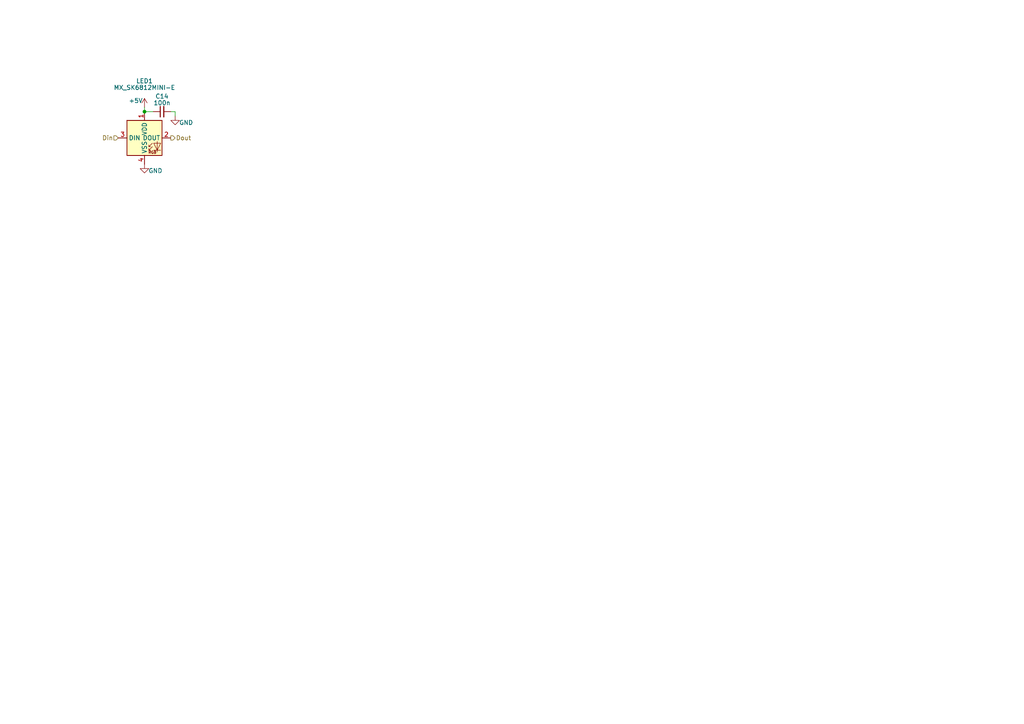
<source format=kicad_sch>
(kicad_sch (version 20230121) (generator eeschema)
  (paper "A4")
  (lib_symbols
    (symbol "Device:C_Small" (pin_numbers hide) (pin_names (offset 0.254) hide)
      (property "Reference" "C" (at 0.254 1.778 0))
      (property "Value" "C_Small" (at 0.254 -2.032 0))
      (symbol "C_Small_0_1"
        (polyline (pts (xy -1.524 -0.508) (xy 1.524 -0.508)) (stroke (width 0.3302)))
        (polyline (pts (xy -1.524 0.508) (xy 1.524 0.508)) (stroke (width 0.3048)))
      )
      (symbol "C_Small_1_1"
        (pin passive line (at 0 2.54 270) (length 2.032) (name "~") (number "1"))
        (pin passive line (at 0 -2.54 90) (length 2.032) (name "~") (number "2"))
      )
    )
    (symbol "PCM_marbastlib-mx:MX_SK6812MINI-E"
      (property "Reference" "LED" (at 3.175 6.35 0))
      (property "Value" "MX_SK6812MINI-E" (at 10.16 -6.985 0))
      (symbol "MX_SK6812MINI-E_0_0"
        (text "RGB" (at 2.286 -4.191 0) (effects (font (size 0.762 0.762))))
      )
      (symbol "MX_SK6812MINI-E_0_1"
        (rectangle (start -5.08 5.08) (end 5.08 -5.08) (stroke (width 0.254)) (fill (type background)))
        (polyline (pts (xy 1.27 -3.556) (xy 1.778 -3.556)))
        (polyline (pts (xy 1.27 -2.54) (xy 1.778 -2.54)))
        (polyline (pts (xy 4.699 -3.556) (xy 2.667 -3.556)))
        (polyline (pts (xy 2.286 -2.54) (xy 1.27 -3.556) (xy 1.27 -3.048)))
        (polyline (pts (xy 2.286 -1.524) (xy 1.27 -2.54) (xy 1.27 -2.032)))
        (polyline (pts (xy 3.683 -1.016) (xy 3.683 -3.556) (xy 3.683 -4.064)))
        (polyline (pts (xy 4.699 -1.524) (xy 2.667 -1.524) (xy 3.683 -3.556) (xy 4.699 -1.524)))
      )
      (symbol "MX_SK6812MINI-E_1_1"
        (pin power_in line (at 0 7.62 270) (length 2.54) (name "VDD") (number "1"))
        (pin output line (at 7.62 0 180) (length 2.54) (name "DOUT") (number "2"))
        (pin input line (at -7.62 0 0) (length 2.54) (name "DIN") (number "3"))
        (pin power_in line (at 0 -7.62 90) (length 2.54) (name "VSS") (number "4"))
      )
    )
    (symbol "power:+5V" (power) (pin_names (offset 0))
      (property "Value" "+5V" (at 0 3.556 0))
      (symbol "+5V_0_1"
        (polyline (pts (xy -0.762 1.27) (xy 0 2.54)))
        (polyline (pts (xy 0 0) (xy 0 2.54)))
        (polyline (pts (xy 0 2.54) (xy 0.762 1.27)))
      )
      (symbol "+5V_1_1"
        (pin power_in line (at 0 0 90) (length 0) hide (name "+5V") (number "1"))
      )
    )
    (symbol "power:GND" (power) (pin_names (offset 0))
      (property "Value" "GND" (at 0 -3.81 0))
      (symbol "GND_0_1"
        (polyline (pts (xy 0 0) (xy 0 -1.27) (xy 1.27 -1.27) (xy 0 -2.54) (xy -1.27 -1.27) (xy 0 -1.27)))
      )
      (symbol "GND_1_1"
        (pin power_in line (at 0 0 270) (length 0) hide (name "GND") (number "1"))
      )
    )
  )
  (junction (at 41.91 32.385))
  (wire (pts (xy 41.91 32.385) (xy 44.45 32.385)))
  (wire (pts (xy 41.91 31.115) (xy 41.91 32.385)))
  (wire (pts (xy 50.8 32.385) (xy 49.53 32.385)))
  (wire (pts (xy 50.8 32.385) (xy 50.8 33.655)))
  (hierarchical_label "Din" (shape input) (at 34.29 40.005 180))
  (hierarchical_label "Dout" (shape output) (at 49.53 40.005 0))
  (symbol (lib_id "power:GND") (at 41.91 47.625 0) (unit 1)
    (property "Reference" "#PWR041" (effects hide))
    (property "Value" "GND" (at 45.085 49.53 0))
    (instances (project "MoonBoard" (path "" (reference "#PWR041") (unit 1)) (path "" (reference "#PWR0620") (unit 1)) (path "" (reference "#PWR0416") (unit 1)) (path "" (reference "#PWR0419") (unit 1)) (path "" (reference "#PWR0422") (unit 1)) (path "" (reference "#PWR0425") (unit 1)) (path "" (reference "#PWR0428") (unit 1)) (path "" (reference "#PWR0431") (unit 1)) (path "" (reference "#PWR0434") (unit 1)) (path "" (reference "#PWR0437") (unit 1)) (path "" (reference "#PWR0440") (unit 1)) (path "" (reference "#PWR0443") (unit 1)) (path "" (reference "#PWR0446") (unit 1)) (path "" (reference "#PWR0449") (unit 1)) (path "" (reference "#PWR0452") (unit 1)) (path "" (reference "#PWR0455") (unit 1)) (path "" (reference "#PWR0500") (unit 1)) (path "" (reference "#PWR0503") (unit 1)) (path "" (reference "#PWR0506") (unit 1)) (path "" (reference "#PWR0509") (unit 1)) (path "" (reference "#PWR0512") (unit 1)) (path "" (reference "#PWR0515") (unit 1)) (path "" (reference "#PWR0518") (unit 1)) (path "" (reference "#PWR0521") (unit 1)) (path "" (reference "#PWR0524") (unit 1)) (path "" (reference "#PWR0527") (unit 1)) (path "" (reference "#PWR0530") (unit 1)) (path "" (reference "#PWR0533") (unit 1)) (path "" (reference "#PWR0536") (unit 1)) (path "" (reference "#PWR0578") (unit 1)) (path "" (reference "#PWR0581") (unit 1)) (path "" (reference "#PWR0584") (unit 1)) (path "" (reference "#PWR0587") (unit 1)) (path "" (reference "#PWR0590") (unit 1)) (path "" (reference "#PWR0593") (unit 1)) (path "" (reference "#PWR0596") (unit 1)) (path "" (reference "#PWR0599") (unit 1)) (path "" (reference "#PWR0602") (unit 1)) (path "" (reference "#PWR0605") (unit 1)) (path "" (reference "#PWR0617") (unit 1)) (path "" (reference "#PWR0497") (unit 1)) (path "" (reference "#PWR0608") (unit 1)) (path "" (reference "#PWR0611") (unit 1))))
  )
  (symbol (lib_id "power:+5V") (at 41.91 31.115 0) (unit 1)
    (property "Reference" "#PWR021" (effects hide))
    (property "Value" "+5V" (at 39.37 29.21 0))
    (instances (project "MoonBoard" (path "" (reference "#PWR021") (unit 1)) (path "" (reference "#PWR0618") (unit 1)) (path "" (reference "#PWR0414") (unit 1)) (path "" (reference "#PWR0417") (unit 1)) (path "" (reference "#PWR0420") (unit 1)) (path "" (reference "#PWR0423") (unit 1)) (path "" (reference "#PWR0426") (unit 1)) (path "" (reference "#PWR0429") (unit 1)) (path "" (reference "#PWR0432") (unit 1)) (path "" (reference "#PWR0435") (unit 1)) (path "" (reference "#PWR0438") (unit 1)) (path "" (reference "#PWR0441") (unit 1)) (path "" (reference "#PWR0444") (unit 1)) (path "" (reference "#PWR0447") (unit 1)) (path "" (reference "#PWR0450") (unit 1)) (path "" (reference "#PWR0453") (unit 1)) (path "" (reference "#PWR0498") (unit 1)) (path "" (reference "#PWR0501") (unit 1)) (path "" (reference "#PWR0504") (unit 1)) (path "" (reference "#PWR0507") (unit 1)) (path "" (reference "#PWR0510") (unit 1)) (path "" (reference "#PWR0513") (unit 1)) (path "" (reference "#PWR0516") (unit 1)) (path "" (reference "#PWR0519") (unit 1)) (path "" (reference "#PWR0522") (unit 1)) (path "" (reference "#PWR0525") (unit 1)) (path "" (reference "#PWR0528") (unit 1)) (path "" (reference "#PWR0531") (unit 1)) (path "" (reference "#PWR0534") (unit 1)) (path "" (reference "#PWR0576") (unit 1)) (path "" (reference "#PWR0579") (unit 1)) (path "" (reference "#PWR0582") (unit 1)) (path "" (reference "#PWR0585") (unit 1)) (path "" (reference "#PWR0588") (unit 1)) (path "" (reference "#PWR0591") (unit 1)) (path "" (reference "#PWR0594") (unit 1)) (path "" (reference "#PWR0597") (unit 1)) (path "" (reference "#PWR0600") (unit 1)) (path "" (reference "#PWR0603") (unit 1)) (path "" (reference "#PWR0615") (unit 1)) (path "" (reference "#PWR0495") (unit 1)) (path "" (reference "#PWR0606") (unit 1)) (path "" (reference "#PWR0609") (unit 1))))
  )
  (symbol (lib_id "power:GND") (at 50.8 33.655 0) (unit 1)
    (property "Reference" "#PWR022" (effects hide))
    (property "Value" "GND" (at 53.975 35.56 0))
    (instances (project "MoonBoard" (path "" (reference "#PWR022") (unit 1)) (path "" (reference "#PWR0619") (unit 1)) (path "" (reference "#PWR0415") (unit 1)) (path "" (reference "#PWR0418") (unit 1)) (path "" (reference "#PWR0421") (unit 1)) (path "" (reference "#PWR0424") (unit 1)) (path "" (reference "#PWR0427") (unit 1)) (path "" (reference "#PWR0430") (unit 1)) (path "" (reference "#PWR0433") (unit 1)) (path "" (reference "#PWR0436") (unit 1)) (path "" (reference "#PWR0439") (unit 1)) (path "" (reference "#PWR0442") (unit 1)) (path "" (reference "#PWR0445") (unit 1)) (path "" (reference "#PWR0448") (unit 1)) (path "" (reference "#PWR0451") (unit 1)) (path "" (reference "#PWR0454") (unit 1)) (path "" (reference "#PWR0499") (unit 1)) (path "" (reference "#PWR0502") (unit 1)) (path "" (reference "#PWR0505") (unit 1)) (path "" (reference "#PWR0508") (unit 1)) (path "" (reference "#PWR0511") (unit 1)) (path "" (reference "#PWR0514") (unit 1)) (path "" (reference "#PWR0517") (unit 1)) (path "" (reference "#PWR0520") (unit 1)) (path "" (reference "#PWR0523") (unit 1)) (path "" (reference "#PWR0526") (unit 1)) (path "" (reference "#PWR0529") (unit 1)) (path "" (reference "#PWR0532") (unit 1)) (path "" (reference "#PWR0535") (unit 1)) (path "" (reference "#PWR0577") (unit 1)) (path "" (reference "#PWR0580") (unit 1)) (path "" (reference "#PWR0583") (unit 1)) (path "" (reference "#PWR0586") (unit 1)) (path "" (reference "#PWR0589") (unit 1)) (path "" (reference "#PWR0592") (unit 1)) (path "" (reference "#PWR0595") (unit 1)) (path "" (reference "#PWR0598") (unit 1)) (path "" (reference "#PWR0601") (unit 1)) (path "" (reference "#PWR0604") (unit 1)) (path "" (reference "#PWR0616") (unit 1)) (path "" (reference "#PWR0496") (unit 1)) (path "" (reference "#PWR0607") (unit 1)) (path "" (reference "#PWR0610") (unit 1))))
  )
  (symbol (lib_id "PCM_marbastlib-mx:MX_SK6812MINI-E") (at 41.91 40.005 0) (unit 1)
    (property "Reference" "LED1" (at 41.91 23.495 0))
    (property "Value" "MX_SK6812MINI-E" (at 41.91 25.4 0))
    (property "Footprint" "MoonBoard:SK 6812 MINI-EA-ROT" (effects hide))
    (instances (project "MoonBoard" (path "" (reference "LED1") (unit 1)) (path "" (reference "LED82") (unit 1)) (path "" (reference "LED14") (unit 1)) (path "" (reference "LED15") (unit 1)) (path "" (reference "LED16") (unit 1)) (path "" (reference "LED17") (unit 1)) (path "" (reference "LED18") (unit 1)) (path "" (reference "LED19") (unit 1)) (path "" (reference "LED20") (unit 1)) (path "" (reference "LED21") (unit 1)) (path "" (reference "LED22") (unit 1)) (path "" (reference "LED23") (unit 1)) (path "" (reference "LED24") (unit 1)) (path "" (reference "LED25") (unit 1)) (path "" (reference "LED26") (unit 1)) (path "" (reference "LED27") (unit 1)) (path "" (reference "LED42") (unit 1)) (path "" (reference "LED43") (unit 1)) (path "" (reference "LED44") (unit 1)) (path "" (reference "LED45") (unit 1)) (path "" (reference "LED46") (unit 1)) (path "" (reference "LED47") (unit 1)) (path "" (reference "LED48") (unit 1)) (path "" (reference "LED49") (unit 1)) (path "" (reference "LED50") (unit 1)) (path "" (reference "LED51") (unit 1)) (path "" (reference "LED52") (unit 1)) (path "" (reference "LED53") (unit 1)) (path "" (reference "LED54") (unit 1)) (path "" (reference "LED68") (unit 1)) (path "" (reference "LED69") (unit 1)) (path "" (reference "LED70") (unit 1)) (path "" (reference "LED71") (unit 1)) (path "" (reference "LED72") (unit 1)) (path "" (reference "LED73") (unit 1)) (path "" (reference "LED74") (unit 1)) (path "" (reference "LED75") (unit 1)) (path "" (reference "LED76") (unit 1)) (path "" (reference "LED77") (unit 1)) (path "" (reference "LED81") (unit 1)) (path "" (reference "LED41") (unit 1)) (path "" (reference "LED78") (unit 1)) (path "" (reference "LED79") (unit 1))))
  )
  (symbol (lib_id "Device:C_Small") (at 46.99 32.385 90) (unit 1)
    (property "Reference" "C14" (at 46.99 27.94 90))
    (property "Value" "100n" (at 46.99 29.845 90))
    (property "Footprint" "Capacitor_SMD:C_0402_1005Metric" (effects hide))
    (instances (project "MoonBoard" (path "" (reference "C14") (unit 1)) (path "" (reference "C265") (unit 1)) (path "" (reference "C197") (unit 1)) (path "" (reference "C198") (unit 1)) (path "" (reference "C199") (unit 1)) (path "" (reference "C200") (unit 1)) (path "" (reference "C201") (unit 1)) (path "" (reference "C202") (unit 1)) (path "" (reference "C203") (unit 1)) (path "" (reference "C204") (unit 1)) (path "" (reference "C205") (unit 1)) (path "" (reference "C206") (unit 1)) (path "" (reference "C207") (unit 1)) (path "" (reference "C208") (unit 1)) (path "" (reference "C209") (unit 1)) (path "" (reference "C210") (unit 1)) (path "" (reference "C225") (unit 1)) (path "" (reference "C226") (unit 1)) (path "" (reference "C227") (unit 1)) (path "" (reference "C228") (unit 1)) (path "" (reference "C229") (unit 1)) (path "" (reference "C230") (unit 1)) (path "" (reference "C231") (unit 1)) (path "" (reference "C232") (unit 1)) (path "" (reference "C233") (unit 1)) (path "" (reference "C234") (unit 1)) (path "" (reference "C235") (unit 1)) (path "" (reference "C236") (unit 1)) (path "" (reference "C237") (unit 1)) (path "" (reference "C251") (unit 1)) (path "" (reference "C252") (unit 1)) (path "" (reference "C253") (unit 1)) (path "" (reference "C254") (unit 1)) (path "" (reference "C255") (unit 1)) (path "" (reference "C256") (unit 1)) (path "" (reference "C257") (unit 1)) (path "" (reference "C258") (unit 1)) (path "" (reference "C259") (unit 1)) (path "" (reference "C260") (unit 1)) (path "" (reference "C264") (unit 1)) (path "" (reference "C224") (unit 1)) (path "" (reference "C261") (unit 1)) (path "" (reference "C262") (unit 1))))
  )
)
</source>
